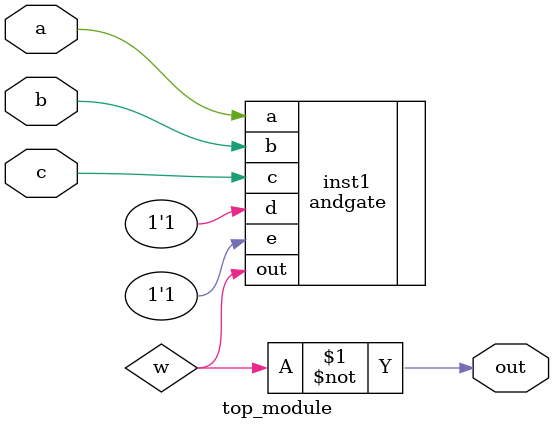
<source format=v>
module top_module (input a, input b, input c, output out);//
	wire w;
    andgate inst1 ( .a(a), .b(b), .c(c), .d(1'b1), .e(1'b1), .out(w) );
    assign out = ~w;

endmodule

</source>
